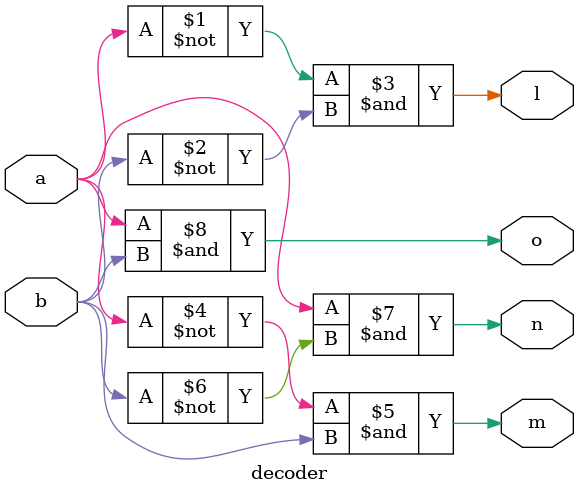
<source format=v>
`timescale 1ns / 1ps


module decoder(
input a,b,
output l,m,n,o
    );
assign l=(~a)&(~b);
assign m=(~a)&b;
assign n=a&(~b);
assign o=a&b;
endmodule
</source>
